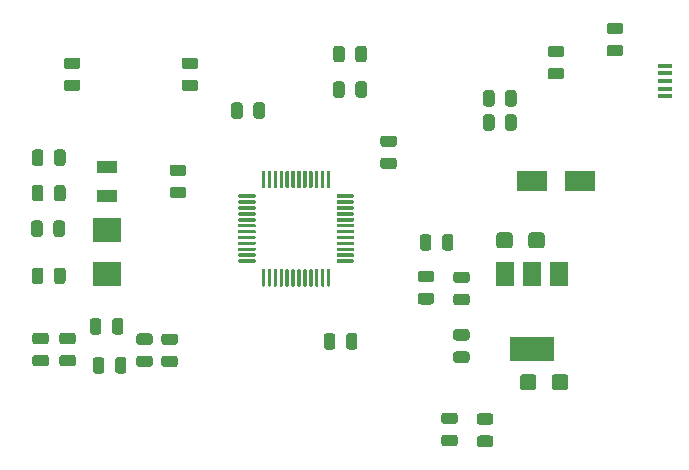
<source format=gbr>
%TF.GenerationSoftware,KiCad,Pcbnew,5.1.6-c6e7f7d~86~ubuntu20.04.1*%
%TF.CreationDate,2020-06-01T13:32:15+02:00*%
%TF.ProjectId,STM32103_Devel,53544d33-3231-4303-935f-446576656c2e,rev?*%
%TF.SameCoordinates,Original*%
%TF.FileFunction,Paste,Top*%
%TF.FilePolarity,Positive*%
%FSLAX46Y46*%
G04 Gerber Fmt 4.6, Leading zero omitted, Abs format (unit mm)*
G04 Created by KiCad (PCBNEW 5.1.6-c6e7f7d~86~ubuntu20.04.1) date 2020-06-01 13:32:15*
%MOMM*%
%LPD*%
G01*
G04 APERTURE LIST*
%ADD10R,1.800000X1.000000*%
%ADD11R,2.400000X2.000000*%
%ADD12R,1.500000X2.000000*%
%ADD13R,3.800000X2.000000*%
%ADD14R,1.300000X0.450000*%
%ADD15R,2.500000X1.800000*%
G04 APERTURE END LIST*
%TO.C,U1*%
G36*
G01*
X129100000Y-88500000D02*
X129100000Y-87175000D01*
G75*
G02*
X129175000Y-87100000I75000J0D01*
G01*
X129325000Y-87100000D01*
G75*
G02*
X129400000Y-87175000I0J-75000D01*
G01*
X129400000Y-88500000D01*
G75*
G02*
X129325000Y-88575000I-75000J0D01*
G01*
X129175000Y-88575000D01*
G75*
G02*
X129100000Y-88500000I0J75000D01*
G01*
G37*
G36*
G01*
X129600000Y-88500000D02*
X129600000Y-87175000D01*
G75*
G02*
X129675000Y-87100000I75000J0D01*
G01*
X129825000Y-87100000D01*
G75*
G02*
X129900000Y-87175000I0J-75000D01*
G01*
X129900000Y-88500000D01*
G75*
G02*
X129825000Y-88575000I-75000J0D01*
G01*
X129675000Y-88575000D01*
G75*
G02*
X129600000Y-88500000I0J75000D01*
G01*
G37*
G36*
G01*
X130100000Y-88500000D02*
X130100000Y-87175000D01*
G75*
G02*
X130175000Y-87100000I75000J0D01*
G01*
X130325000Y-87100000D01*
G75*
G02*
X130400000Y-87175000I0J-75000D01*
G01*
X130400000Y-88500000D01*
G75*
G02*
X130325000Y-88575000I-75000J0D01*
G01*
X130175000Y-88575000D01*
G75*
G02*
X130100000Y-88500000I0J75000D01*
G01*
G37*
G36*
G01*
X130600000Y-88500000D02*
X130600000Y-87175000D01*
G75*
G02*
X130675000Y-87100000I75000J0D01*
G01*
X130825000Y-87100000D01*
G75*
G02*
X130900000Y-87175000I0J-75000D01*
G01*
X130900000Y-88500000D01*
G75*
G02*
X130825000Y-88575000I-75000J0D01*
G01*
X130675000Y-88575000D01*
G75*
G02*
X130600000Y-88500000I0J75000D01*
G01*
G37*
G36*
G01*
X131100000Y-88500000D02*
X131100000Y-87175000D01*
G75*
G02*
X131175000Y-87100000I75000J0D01*
G01*
X131325000Y-87100000D01*
G75*
G02*
X131400000Y-87175000I0J-75000D01*
G01*
X131400000Y-88500000D01*
G75*
G02*
X131325000Y-88575000I-75000J0D01*
G01*
X131175000Y-88575000D01*
G75*
G02*
X131100000Y-88500000I0J75000D01*
G01*
G37*
G36*
G01*
X131600000Y-88500000D02*
X131600000Y-87175000D01*
G75*
G02*
X131675000Y-87100000I75000J0D01*
G01*
X131825000Y-87100000D01*
G75*
G02*
X131900000Y-87175000I0J-75000D01*
G01*
X131900000Y-88500000D01*
G75*
G02*
X131825000Y-88575000I-75000J0D01*
G01*
X131675000Y-88575000D01*
G75*
G02*
X131600000Y-88500000I0J75000D01*
G01*
G37*
G36*
G01*
X132100000Y-88500000D02*
X132100000Y-87175000D01*
G75*
G02*
X132175000Y-87100000I75000J0D01*
G01*
X132325000Y-87100000D01*
G75*
G02*
X132400000Y-87175000I0J-75000D01*
G01*
X132400000Y-88500000D01*
G75*
G02*
X132325000Y-88575000I-75000J0D01*
G01*
X132175000Y-88575000D01*
G75*
G02*
X132100000Y-88500000I0J75000D01*
G01*
G37*
G36*
G01*
X132600000Y-88500000D02*
X132600000Y-87175000D01*
G75*
G02*
X132675000Y-87100000I75000J0D01*
G01*
X132825000Y-87100000D01*
G75*
G02*
X132900000Y-87175000I0J-75000D01*
G01*
X132900000Y-88500000D01*
G75*
G02*
X132825000Y-88575000I-75000J0D01*
G01*
X132675000Y-88575000D01*
G75*
G02*
X132600000Y-88500000I0J75000D01*
G01*
G37*
G36*
G01*
X133100000Y-88500000D02*
X133100000Y-87175000D01*
G75*
G02*
X133175000Y-87100000I75000J0D01*
G01*
X133325000Y-87100000D01*
G75*
G02*
X133400000Y-87175000I0J-75000D01*
G01*
X133400000Y-88500000D01*
G75*
G02*
X133325000Y-88575000I-75000J0D01*
G01*
X133175000Y-88575000D01*
G75*
G02*
X133100000Y-88500000I0J75000D01*
G01*
G37*
G36*
G01*
X133600000Y-88500000D02*
X133600000Y-87175000D01*
G75*
G02*
X133675000Y-87100000I75000J0D01*
G01*
X133825000Y-87100000D01*
G75*
G02*
X133900000Y-87175000I0J-75000D01*
G01*
X133900000Y-88500000D01*
G75*
G02*
X133825000Y-88575000I-75000J0D01*
G01*
X133675000Y-88575000D01*
G75*
G02*
X133600000Y-88500000I0J75000D01*
G01*
G37*
G36*
G01*
X134100000Y-88500000D02*
X134100000Y-87175000D01*
G75*
G02*
X134175000Y-87100000I75000J0D01*
G01*
X134325000Y-87100000D01*
G75*
G02*
X134400000Y-87175000I0J-75000D01*
G01*
X134400000Y-88500000D01*
G75*
G02*
X134325000Y-88575000I-75000J0D01*
G01*
X134175000Y-88575000D01*
G75*
G02*
X134100000Y-88500000I0J75000D01*
G01*
G37*
G36*
G01*
X134600000Y-88500000D02*
X134600000Y-87175000D01*
G75*
G02*
X134675000Y-87100000I75000J0D01*
G01*
X134825000Y-87100000D01*
G75*
G02*
X134900000Y-87175000I0J-75000D01*
G01*
X134900000Y-88500000D01*
G75*
G02*
X134825000Y-88575000I-75000J0D01*
G01*
X134675000Y-88575000D01*
G75*
G02*
X134600000Y-88500000I0J75000D01*
G01*
G37*
G36*
G01*
X135425000Y-89325000D02*
X135425000Y-89175000D01*
G75*
G02*
X135500000Y-89100000I75000J0D01*
G01*
X136825000Y-89100000D01*
G75*
G02*
X136900000Y-89175000I0J-75000D01*
G01*
X136900000Y-89325000D01*
G75*
G02*
X136825000Y-89400000I-75000J0D01*
G01*
X135500000Y-89400000D01*
G75*
G02*
X135425000Y-89325000I0J75000D01*
G01*
G37*
G36*
G01*
X135425000Y-89825000D02*
X135425000Y-89675000D01*
G75*
G02*
X135500000Y-89600000I75000J0D01*
G01*
X136825000Y-89600000D01*
G75*
G02*
X136900000Y-89675000I0J-75000D01*
G01*
X136900000Y-89825000D01*
G75*
G02*
X136825000Y-89900000I-75000J0D01*
G01*
X135500000Y-89900000D01*
G75*
G02*
X135425000Y-89825000I0J75000D01*
G01*
G37*
G36*
G01*
X135425000Y-90325000D02*
X135425000Y-90175000D01*
G75*
G02*
X135500000Y-90100000I75000J0D01*
G01*
X136825000Y-90100000D01*
G75*
G02*
X136900000Y-90175000I0J-75000D01*
G01*
X136900000Y-90325000D01*
G75*
G02*
X136825000Y-90400000I-75000J0D01*
G01*
X135500000Y-90400000D01*
G75*
G02*
X135425000Y-90325000I0J75000D01*
G01*
G37*
G36*
G01*
X135425000Y-90825000D02*
X135425000Y-90675000D01*
G75*
G02*
X135500000Y-90600000I75000J0D01*
G01*
X136825000Y-90600000D01*
G75*
G02*
X136900000Y-90675000I0J-75000D01*
G01*
X136900000Y-90825000D01*
G75*
G02*
X136825000Y-90900000I-75000J0D01*
G01*
X135500000Y-90900000D01*
G75*
G02*
X135425000Y-90825000I0J75000D01*
G01*
G37*
G36*
G01*
X135425000Y-91325000D02*
X135425000Y-91175000D01*
G75*
G02*
X135500000Y-91100000I75000J0D01*
G01*
X136825000Y-91100000D01*
G75*
G02*
X136900000Y-91175000I0J-75000D01*
G01*
X136900000Y-91325000D01*
G75*
G02*
X136825000Y-91400000I-75000J0D01*
G01*
X135500000Y-91400000D01*
G75*
G02*
X135425000Y-91325000I0J75000D01*
G01*
G37*
G36*
G01*
X135425000Y-91825000D02*
X135425000Y-91675000D01*
G75*
G02*
X135500000Y-91600000I75000J0D01*
G01*
X136825000Y-91600000D01*
G75*
G02*
X136900000Y-91675000I0J-75000D01*
G01*
X136900000Y-91825000D01*
G75*
G02*
X136825000Y-91900000I-75000J0D01*
G01*
X135500000Y-91900000D01*
G75*
G02*
X135425000Y-91825000I0J75000D01*
G01*
G37*
G36*
G01*
X135425000Y-92325000D02*
X135425000Y-92175000D01*
G75*
G02*
X135500000Y-92100000I75000J0D01*
G01*
X136825000Y-92100000D01*
G75*
G02*
X136900000Y-92175000I0J-75000D01*
G01*
X136900000Y-92325000D01*
G75*
G02*
X136825000Y-92400000I-75000J0D01*
G01*
X135500000Y-92400000D01*
G75*
G02*
X135425000Y-92325000I0J75000D01*
G01*
G37*
G36*
G01*
X135425000Y-92825000D02*
X135425000Y-92675000D01*
G75*
G02*
X135500000Y-92600000I75000J0D01*
G01*
X136825000Y-92600000D01*
G75*
G02*
X136900000Y-92675000I0J-75000D01*
G01*
X136900000Y-92825000D01*
G75*
G02*
X136825000Y-92900000I-75000J0D01*
G01*
X135500000Y-92900000D01*
G75*
G02*
X135425000Y-92825000I0J75000D01*
G01*
G37*
G36*
G01*
X135425000Y-93325000D02*
X135425000Y-93175000D01*
G75*
G02*
X135500000Y-93100000I75000J0D01*
G01*
X136825000Y-93100000D01*
G75*
G02*
X136900000Y-93175000I0J-75000D01*
G01*
X136900000Y-93325000D01*
G75*
G02*
X136825000Y-93400000I-75000J0D01*
G01*
X135500000Y-93400000D01*
G75*
G02*
X135425000Y-93325000I0J75000D01*
G01*
G37*
G36*
G01*
X135425000Y-93825000D02*
X135425000Y-93675000D01*
G75*
G02*
X135500000Y-93600000I75000J0D01*
G01*
X136825000Y-93600000D01*
G75*
G02*
X136900000Y-93675000I0J-75000D01*
G01*
X136900000Y-93825000D01*
G75*
G02*
X136825000Y-93900000I-75000J0D01*
G01*
X135500000Y-93900000D01*
G75*
G02*
X135425000Y-93825000I0J75000D01*
G01*
G37*
G36*
G01*
X135425000Y-94325000D02*
X135425000Y-94175000D01*
G75*
G02*
X135500000Y-94100000I75000J0D01*
G01*
X136825000Y-94100000D01*
G75*
G02*
X136900000Y-94175000I0J-75000D01*
G01*
X136900000Y-94325000D01*
G75*
G02*
X136825000Y-94400000I-75000J0D01*
G01*
X135500000Y-94400000D01*
G75*
G02*
X135425000Y-94325000I0J75000D01*
G01*
G37*
G36*
G01*
X135425000Y-94825000D02*
X135425000Y-94675000D01*
G75*
G02*
X135500000Y-94600000I75000J0D01*
G01*
X136825000Y-94600000D01*
G75*
G02*
X136900000Y-94675000I0J-75000D01*
G01*
X136900000Y-94825000D01*
G75*
G02*
X136825000Y-94900000I-75000J0D01*
G01*
X135500000Y-94900000D01*
G75*
G02*
X135425000Y-94825000I0J75000D01*
G01*
G37*
G36*
G01*
X134600000Y-96825000D02*
X134600000Y-95500000D01*
G75*
G02*
X134675000Y-95425000I75000J0D01*
G01*
X134825000Y-95425000D01*
G75*
G02*
X134900000Y-95500000I0J-75000D01*
G01*
X134900000Y-96825000D01*
G75*
G02*
X134825000Y-96900000I-75000J0D01*
G01*
X134675000Y-96900000D01*
G75*
G02*
X134600000Y-96825000I0J75000D01*
G01*
G37*
G36*
G01*
X134100000Y-96825000D02*
X134100000Y-95500000D01*
G75*
G02*
X134175000Y-95425000I75000J0D01*
G01*
X134325000Y-95425000D01*
G75*
G02*
X134400000Y-95500000I0J-75000D01*
G01*
X134400000Y-96825000D01*
G75*
G02*
X134325000Y-96900000I-75000J0D01*
G01*
X134175000Y-96900000D01*
G75*
G02*
X134100000Y-96825000I0J75000D01*
G01*
G37*
G36*
G01*
X133600000Y-96825000D02*
X133600000Y-95500000D01*
G75*
G02*
X133675000Y-95425000I75000J0D01*
G01*
X133825000Y-95425000D01*
G75*
G02*
X133900000Y-95500000I0J-75000D01*
G01*
X133900000Y-96825000D01*
G75*
G02*
X133825000Y-96900000I-75000J0D01*
G01*
X133675000Y-96900000D01*
G75*
G02*
X133600000Y-96825000I0J75000D01*
G01*
G37*
G36*
G01*
X133100000Y-96825000D02*
X133100000Y-95500000D01*
G75*
G02*
X133175000Y-95425000I75000J0D01*
G01*
X133325000Y-95425000D01*
G75*
G02*
X133400000Y-95500000I0J-75000D01*
G01*
X133400000Y-96825000D01*
G75*
G02*
X133325000Y-96900000I-75000J0D01*
G01*
X133175000Y-96900000D01*
G75*
G02*
X133100000Y-96825000I0J75000D01*
G01*
G37*
G36*
G01*
X132600000Y-96825000D02*
X132600000Y-95500000D01*
G75*
G02*
X132675000Y-95425000I75000J0D01*
G01*
X132825000Y-95425000D01*
G75*
G02*
X132900000Y-95500000I0J-75000D01*
G01*
X132900000Y-96825000D01*
G75*
G02*
X132825000Y-96900000I-75000J0D01*
G01*
X132675000Y-96900000D01*
G75*
G02*
X132600000Y-96825000I0J75000D01*
G01*
G37*
G36*
G01*
X132100000Y-96825000D02*
X132100000Y-95500000D01*
G75*
G02*
X132175000Y-95425000I75000J0D01*
G01*
X132325000Y-95425000D01*
G75*
G02*
X132400000Y-95500000I0J-75000D01*
G01*
X132400000Y-96825000D01*
G75*
G02*
X132325000Y-96900000I-75000J0D01*
G01*
X132175000Y-96900000D01*
G75*
G02*
X132100000Y-96825000I0J75000D01*
G01*
G37*
G36*
G01*
X131600000Y-96825000D02*
X131600000Y-95500000D01*
G75*
G02*
X131675000Y-95425000I75000J0D01*
G01*
X131825000Y-95425000D01*
G75*
G02*
X131900000Y-95500000I0J-75000D01*
G01*
X131900000Y-96825000D01*
G75*
G02*
X131825000Y-96900000I-75000J0D01*
G01*
X131675000Y-96900000D01*
G75*
G02*
X131600000Y-96825000I0J75000D01*
G01*
G37*
G36*
G01*
X131100000Y-96825000D02*
X131100000Y-95500000D01*
G75*
G02*
X131175000Y-95425000I75000J0D01*
G01*
X131325000Y-95425000D01*
G75*
G02*
X131400000Y-95500000I0J-75000D01*
G01*
X131400000Y-96825000D01*
G75*
G02*
X131325000Y-96900000I-75000J0D01*
G01*
X131175000Y-96900000D01*
G75*
G02*
X131100000Y-96825000I0J75000D01*
G01*
G37*
G36*
G01*
X130600000Y-96825000D02*
X130600000Y-95500000D01*
G75*
G02*
X130675000Y-95425000I75000J0D01*
G01*
X130825000Y-95425000D01*
G75*
G02*
X130900000Y-95500000I0J-75000D01*
G01*
X130900000Y-96825000D01*
G75*
G02*
X130825000Y-96900000I-75000J0D01*
G01*
X130675000Y-96900000D01*
G75*
G02*
X130600000Y-96825000I0J75000D01*
G01*
G37*
G36*
G01*
X130100000Y-96825000D02*
X130100000Y-95500000D01*
G75*
G02*
X130175000Y-95425000I75000J0D01*
G01*
X130325000Y-95425000D01*
G75*
G02*
X130400000Y-95500000I0J-75000D01*
G01*
X130400000Y-96825000D01*
G75*
G02*
X130325000Y-96900000I-75000J0D01*
G01*
X130175000Y-96900000D01*
G75*
G02*
X130100000Y-96825000I0J75000D01*
G01*
G37*
G36*
G01*
X129600000Y-96825000D02*
X129600000Y-95500000D01*
G75*
G02*
X129675000Y-95425000I75000J0D01*
G01*
X129825000Y-95425000D01*
G75*
G02*
X129900000Y-95500000I0J-75000D01*
G01*
X129900000Y-96825000D01*
G75*
G02*
X129825000Y-96900000I-75000J0D01*
G01*
X129675000Y-96900000D01*
G75*
G02*
X129600000Y-96825000I0J75000D01*
G01*
G37*
G36*
G01*
X129100000Y-96825000D02*
X129100000Y-95500000D01*
G75*
G02*
X129175000Y-95425000I75000J0D01*
G01*
X129325000Y-95425000D01*
G75*
G02*
X129400000Y-95500000I0J-75000D01*
G01*
X129400000Y-96825000D01*
G75*
G02*
X129325000Y-96900000I-75000J0D01*
G01*
X129175000Y-96900000D01*
G75*
G02*
X129100000Y-96825000I0J75000D01*
G01*
G37*
G36*
G01*
X127100000Y-94825000D02*
X127100000Y-94675000D01*
G75*
G02*
X127175000Y-94600000I75000J0D01*
G01*
X128500000Y-94600000D01*
G75*
G02*
X128575000Y-94675000I0J-75000D01*
G01*
X128575000Y-94825000D01*
G75*
G02*
X128500000Y-94900000I-75000J0D01*
G01*
X127175000Y-94900000D01*
G75*
G02*
X127100000Y-94825000I0J75000D01*
G01*
G37*
G36*
G01*
X127100000Y-94325000D02*
X127100000Y-94175000D01*
G75*
G02*
X127175000Y-94100000I75000J0D01*
G01*
X128500000Y-94100000D01*
G75*
G02*
X128575000Y-94175000I0J-75000D01*
G01*
X128575000Y-94325000D01*
G75*
G02*
X128500000Y-94400000I-75000J0D01*
G01*
X127175000Y-94400000D01*
G75*
G02*
X127100000Y-94325000I0J75000D01*
G01*
G37*
G36*
G01*
X127100000Y-93825000D02*
X127100000Y-93675000D01*
G75*
G02*
X127175000Y-93600000I75000J0D01*
G01*
X128500000Y-93600000D01*
G75*
G02*
X128575000Y-93675000I0J-75000D01*
G01*
X128575000Y-93825000D01*
G75*
G02*
X128500000Y-93900000I-75000J0D01*
G01*
X127175000Y-93900000D01*
G75*
G02*
X127100000Y-93825000I0J75000D01*
G01*
G37*
G36*
G01*
X127100000Y-93325000D02*
X127100000Y-93175000D01*
G75*
G02*
X127175000Y-93100000I75000J0D01*
G01*
X128500000Y-93100000D01*
G75*
G02*
X128575000Y-93175000I0J-75000D01*
G01*
X128575000Y-93325000D01*
G75*
G02*
X128500000Y-93400000I-75000J0D01*
G01*
X127175000Y-93400000D01*
G75*
G02*
X127100000Y-93325000I0J75000D01*
G01*
G37*
G36*
G01*
X127100000Y-92825000D02*
X127100000Y-92675000D01*
G75*
G02*
X127175000Y-92600000I75000J0D01*
G01*
X128500000Y-92600000D01*
G75*
G02*
X128575000Y-92675000I0J-75000D01*
G01*
X128575000Y-92825000D01*
G75*
G02*
X128500000Y-92900000I-75000J0D01*
G01*
X127175000Y-92900000D01*
G75*
G02*
X127100000Y-92825000I0J75000D01*
G01*
G37*
G36*
G01*
X127100000Y-92325000D02*
X127100000Y-92175000D01*
G75*
G02*
X127175000Y-92100000I75000J0D01*
G01*
X128500000Y-92100000D01*
G75*
G02*
X128575000Y-92175000I0J-75000D01*
G01*
X128575000Y-92325000D01*
G75*
G02*
X128500000Y-92400000I-75000J0D01*
G01*
X127175000Y-92400000D01*
G75*
G02*
X127100000Y-92325000I0J75000D01*
G01*
G37*
G36*
G01*
X127100000Y-91825000D02*
X127100000Y-91675000D01*
G75*
G02*
X127175000Y-91600000I75000J0D01*
G01*
X128500000Y-91600000D01*
G75*
G02*
X128575000Y-91675000I0J-75000D01*
G01*
X128575000Y-91825000D01*
G75*
G02*
X128500000Y-91900000I-75000J0D01*
G01*
X127175000Y-91900000D01*
G75*
G02*
X127100000Y-91825000I0J75000D01*
G01*
G37*
G36*
G01*
X127100000Y-91325000D02*
X127100000Y-91175000D01*
G75*
G02*
X127175000Y-91100000I75000J0D01*
G01*
X128500000Y-91100000D01*
G75*
G02*
X128575000Y-91175000I0J-75000D01*
G01*
X128575000Y-91325000D01*
G75*
G02*
X128500000Y-91400000I-75000J0D01*
G01*
X127175000Y-91400000D01*
G75*
G02*
X127100000Y-91325000I0J75000D01*
G01*
G37*
G36*
G01*
X127100000Y-90825000D02*
X127100000Y-90675000D01*
G75*
G02*
X127175000Y-90600000I75000J0D01*
G01*
X128500000Y-90600000D01*
G75*
G02*
X128575000Y-90675000I0J-75000D01*
G01*
X128575000Y-90825000D01*
G75*
G02*
X128500000Y-90900000I-75000J0D01*
G01*
X127175000Y-90900000D01*
G75*
G02*
X127100000Y-90825000I0J75000D01*
G01*
G37*
G36*
G01*
X127100000Y-90325000D02*
X127100000Y-90175000D01*
G75*
G02*
X127175000Y-90100000I75000J0D01*
G01*
X128500000Y-90100000D01*
G75*
G02*
X128575000Y-90175000I0J-75000D01*
G01*
X128575000Y-90325000D01*
G75*
G02*
X128500000Y-90400000I-75000J0D01*
G01*
X127175000Y-90400000D01*
G75*
G02*
X127100000Y-90325000I0J75000D01*
G01*
G37*
G36*
G01*
X127100000Y-89825000D02*
X127100000Y-89675000D01*
G75*
G02*
X127175000Y-89600000I75000J0D01*
G01*
X128500000Y-89600000D01*
G75*
G02*
X128575000Y-89675000I0J-75000D01*
G01*
X128575000Y-89825000D01*
G75*
G02*
X128500000Y-89900000I-75000J0D01*
G01*
X127175000Y-89900000D01*
G75*
G02*
X127100000Y-89825000I0J75000D01*
G01*
G37*
G36*
G01*
X127100000Y-89325000D02*
X127100000Y-89175000D01*
G75*
G02*
X127175000Y-89100000I75000J0D01*
G01*
X128500000Y-89100000D01*
G75*
G02*
X128575000Y-89175000I0J-75000D01*
G01*
X128575000Y-89325000D01*
G75*
G02*
X128500000Y-89400000I-75000J0D01*
G01*
X127175000Y-89400000D01*
G75*
G02*
X127100000Y-89325000I0J75000D01*
G01*
G37*
%TD*%
%TO.C,C7*%
G36*
G01*
X127487500Y-81543750D02*
X127487500Y-82456250D01*
G75*
G02*
X127243750Y-82700000I-243750J0D01*
G01*
X126756250Y-82700000D01*
G75*
G02*
X126512500Y-82456250I0J243750D01*
G01*
X126512500Y-81543750D01*
G75*
G02*
X126756250Y-81300000I243750J0D01*
G01*
X127243750Y-81300000D01*
G75*
G02*
X127487500Y-81543750I0J-243750D01*
G01*
G37*
G36*
G01*
X129362500Y-81543750D02*
X129362500Y-82456250D01*
G75*
G02*
X129118750Y-82700000I-243750J0D01*
G01*
X128631250Y-82700000D01*
G75*
G02*
X128387500Y-82456250I0J243750D01*
G01*
X128387500Y-81543750D01*
G75*
G02*
X128631250Y-81300000I243750J0D01*
G01*
X129118750Y-81300000D01*
G75*
G02*
X129362500Y-81543750I0J-243750D01*
G01*
G37*
%TD*%
D10*
%TO.C,Y2*%
X116000000Y-86750000D03*
X116000000Y-89250000D03*
%TD*%
D11*
%TO.C,Y1*%
X116000000Y-95850000D03*
X116000000Y-92150000D03*
%TD*%
D12*
%TO.C,U2*%
X154300000Y-95850000D03*
X149700000Y-95850000D03*
X152000000Y-95850000D03*
D13*
X152000000Y-102150000D03*
%TD*%
%TO.C,R10*%
G36*
G01*
X148804000Y-82559750D02*
X148804000Y-83472250D01*
G75*
G02*
X148560250Y-83716000I-243750J0D01*
G01*
X148072750Y-83716000D01*
G75*
G02*
X147829000Y-83472250I0J243750D01*
G01*
X147829000Y-82559750D01*
G75*
G02*
X148072750Y-82316000I243750J0D01*
G01*
X148560250Y-82316000D01*
G75*
G02*
X148804000Y-82559750I0J-243750D01*
G01*
G37*
G36*
G01*
X150679000Y-82559750D02*
X150679000Y-83472250D01*
G75*
G02*
X150435250Y-83716000I-243750J0D01*
G01*
X149947750Y-83716000D01*
G75*
G02*
X149704000Y-83472250I0J243750D01*
G01*
X149704000Y-82559750D01*
G75*
G02*
X149947750Y-82316000I243750J0D01*
G01*
X150435250Y-82316000D01*
G75*
G02*
X150679000Y-82559750I0J-243750D01*
G01*
G37*
%TD*%
%TO.C,R9*%
G36*
G01*
X149704000Y-81426250D02*
X149704000Y-80513750D01*
G75*
G02*
X149947750Y-80270000I243750J0D01*
G01*
X150435250Y-80270000D01*
G75*
G02*
X150679000Y-80513750I0J-243750D01*
G01*
X150679000Y-81426250D01*
G75*
G02*
X150435250Y-81670000I-243750J0D01*
G01*
X149947750Y-81670000D01*
G75*
G02*
X149704000Y-81426250I0J243750D01*
G01*
G37*
G36*
G01*
X147829000Y-81426250D02*
X147829000Y-80513750D01*
G75*
G02*
X148072750Y-80270000I243750J0D01*
G01*
X148560250Y-80270000D01*
G75*
G02*
X148804000Y-80513750I0J-243750D01*
G01*
X148804000Y-81426250D01*
G75*
G02*
X148560250Y-81670000I-243750J0D01*
G01*
X148072750Y-81670000D01*
G75*
G02*
X147829000Y-81426250I0J243750D01*
G01*
G37*
%TD*%
%TO.C,R8*%
G36*
G01*
X154456250Y-77487500D02*
X153543750Y-77487500D01*
G75*
G02*
X153300000Y-77243750I0J243750D01*
G01*
X153300000Y-76756250D01*
G75*
G02*
X153543750Y-76512500I243750J0D01*
G01*
X154456250Y-76512500D01*
G75*
G02*
X154700000Y-76756250I0J-243750D01*
G01*
X154700000Y-77243750D01*
G75*
G02*
X154456250Y-77487500I-243750J0D01*
G01*
G37*
G36*
G01*
X154456250Y-79362500D02*
X153543750Y-79362500D01*
G75*
G02*
X153300000Y-79118750I0J243750D01*
G01*
X153300000Y-78631250D01*
G75*
G02*
X153543750Y-78387500I243750J0D01*
G01*
X154456250Y-78387500D01*
G75*
G02*
X154700000Y-78631250I0J-243750D01*
G01*
X154700000Y-79118750D01*
G75*
G02*
X154456250Y-79362500I-243750J0D01*
G01*
G37*
%TD*%
%TO.C,R7*%
G36*
G01*
X159456250Y-75550000D02*
X158543750Y-75550000D01*
G75*
G02*
X158300000Y-75306250I0J243750D01*
G01*
X158300000Y-74818750D01*
G75*
G02*
X158543750Y-74575000I243750J0D01*
G01*
X159456250Y-74575000D01*
G75*
G02*
X159700000Y-74818750I0J-243750D01*
G01*
X159700000Y-75306250D01*
G75*
G02*
X159456250Y-75550000I-243750J0D01*
G01*
G37*
G36*
G01*
X159456250Y-77425000D02*
X158543750Y-77425000D01*
G75*
G02*
X158300000Y-77181250I0J243750D01*
G01*
X158300000Y-76693750D01*
G75*
G02*
X158543750Y-76450000I243750J0D01*
G01*
X159456250Y-76450000D01*
G75*
G02*
X159700000Y-76693750I0J-243750D01*
G01*
X159700000Y-77181250D01*
G75*
G02*
X159456250Y-77425000I-243750J0D01*
G01*
G37*
%TD*%
%TO.C,R6*%
G36*
G01*
X136122000Y-76765750D02*
X136122000Y-77678250D01*
G75*
G02*
X135878250Y-77922000I-243750J0D01*
G01*
X135390750Y-77922000D01*
G75*
G02*
X135147000Y-77678250I0J243750D01*
G01*
X135147000Y-76765750D01*
G75*
G02*
X135390750Y-76522000I243750J0D01*
G01*
X135878250Y-76522000D01*
G75*
G02*
X136122000Y-76765750I0J-243750D01*
G01*
G37*
G36*
G01*
X137997000Y-76765750D02*
X137997000Y-77678250D01*
G75*
G02*
X137753250Y-77922000I-243750J0D01*
G01*
X137265750Y-77922000D01*
G75*
G02*
X137022000Y-77678250I0J243750D01*
G01*
X137022000Y-76765750D01*
G75*
G02*
X137265750Y-76522000I243750J0D01*
G01*
X137753250Y-76522000D01*
G75*
G02*
X137997000Y-76765750I0J-243750D01*
G01*
G37*
%TD*%
%TO.C,R5*%
G36*
G01*
X112586750Y-79387500D02*
X113499250Y-79387500D01*
G75*
G02*
X113743000Y-79631250I0J-243750D01*
G01*
X113743000Y-80118750D01*
G75*
G02*
X113499250Y-80362500I-243750J0D01*
G01*
X112586750Y-80362500D01*
G75*
G02*
X112343000Y-80118750I0J243750D01*
G01*
X112343000Y-79631250D01*
G75*
G02*
X112586750Y-79387500I243750J0D01*
G01*
G37*
G36*
G01*
X112586750Y-77512500D02*
X113499250Y-77512500D01*
G75*
G02*
X113743000Y-77756250I0J-243750D01*
G01*
X113743000Y-78243750D01*
G75*
G02*
X113499250Y-78487500I-243750J0D01*
G01*
X112586750Y-78487500D01*
G75*
G02*
X112343000Y-78243750I0J243750D01*
G01*
X112343000Y-77756250D01*
G75*
G02*
X112586750Y-77512500I243750J0D01*
G01*
G37*
%TD*%
%TO.C,R4*%
G36*
G01*
X146456250Y-101487500D02*
X145543750Y-101487500D01*
G75*
G02*
X145300000Y-101243750I0J243750D01*
G01*
X145300000Y-100756250D01*
G75*
G02*
X145543750Y-100512500I243750J0D01*
G01*
X146456250Y-100512500D01*
G75*
G02*
X146700000Y-100756250I0J-243750D01*
G01*
X146700000Y-101243750D01*
G75*
G02*
X146456250Y-101487500I-243750J0D01*
G01*
G37*
G36*
G01*
X146456250Y-103362500D02*
X145543750Y-103362500D01*
G75*
G02*
X145300000Y-103118750I0J243750D01*
G01*
X145300000Y-102631250D01*
G75*
G02*
X145543750Y-102387500I243750J0D01*
G01*
X146456250Y-102387500D01*
G75*
G02*
X146700000Y-102631250I0J-243750D01*
G01*
X146700000Y-103118750D01*
G75*
G02*
X146456250Y-103362500I-243750J0D01*
G01*
G37*
%TD*%
%TO.C,R3*%
G36*
G01*
X147543750Y-109512500D02*
X148456250Y-109512500D01*
G75*
G02*
X148700000Y-109756250I0J-243750D01*
G01*
X148700000Y-110243750D01*
G75*
G02*
X148456250Y-110487500I-243750J0D01*
G01*
X147543750Y-110487500D01*
G75*
G02*
X147300000Y-110243750I0J243750D01*
G01*
X147300000Y-109756250D01*
G75*
G02*
X147543750Y-109512500I243750J0D01*
G01*
G37*
G36*
G01*
X147543750Y-107637500D02*
X148456250Y-107637500D01*
G75*
G02*
X148700000Y-107881250I0J-243750D01*
G01*
X148700000Y-108368750D01*
G75*
G02*
X148456250Y-108612500I-243750J0D01*
G01*
X147543750Y-108612500D01*
G75*
G02*
X147300000Y-108368750I0J243750D01*
G01*
X147300000Y-107881250D01*
G75*
G02*
X147543750Y-107637500I243750J0D01*
G01*
G37*
%TD*%
%TO.C,R2*%
G36*
G01*
X143454000Y-92705750D02*
X143454000Y-93618250D01*
G75*
G02*
X143210250Y-93862000I-243750J0D01*
G01*
X142722750Y-93862000D01*
G75*
G02*
X142479000Y-93618250I0J243750D01*
G01*
X142479000Y-92705750D01*
G75*
G02*
X142722750Y-92462000I243750J0D01*
G01*
X143210250Y-92462000D01*
G75*
G02*
X143454000Y-92705750I0J-243750D01*
G01*
G37*
G36*
G01*
X145329000Y-92705750D02*
X145329000Y-93618250D01*
G75*
G02*
X145085250Y-93862000I-243750J0D01*
G01*
X144597750Y-93862000D01*
G75*
G02*
X144354000Y-93618250I0J243750D01*
G01*
X144354000Y-92705750D01*
G75*
G02*
X144597750Y-92462000I243750J0D01*
G01*
X145085250Y-92462000D01*
G75*
G02*
X145329000Y-92705750I0J-243750D01*
G01*
G37*
%TD*%
%TO.C,R1*%
G36*
G01*
X122556250Y-79388000D02*
X123468750Y-79388000D01*
G75*
G02*
X123712500Y-79631750I0J-243750D01*
G01*
X123712500Y-80119250D01*
G75*
G02*
X123468750Y-80363000I-243750J0D01*
G01*
X122556250Y-80363000D01*
G75*
G02*
X122312500Y-80119250I0J243750D01*
G01*
X122312500Y-79631750D01*
G75*
G02*
X122556250Y-79388000I243750J0D01*
G01*
G37*
G36*
G01*
X122556250Y-77513000D02*
X123468750Y-77513000D01*
G75*
G02*
X123712500Y-77756750I0J-243750D01*
G01*
X123712500Y-78244250D01*
G75*
G02*
X123468750Y-78488000I-243750J0D01*
G01*
X122556250Y-78488000D01*
G75*
G02*
X122312500Y-78244250I0J243750D01*
G01*
X122312500Y-77756750D01*
G75*
G02*
X122556250Y-77513000I243750J0D01*
G01*
G37*
%TD*%
%TO.C,L2*%
G36*
G01*
X115514000Y-99817750D02*
X115514000Y-100730250D01*
G75*
G02*
X115270250Y-100974000I-243750J0D01*
G01*
X114782750Y-100974000D01*
G75*
G02*
X114539000Y-100730250I0J243750D01*
G01*
X114539000Y-99817750D01*
G75*
G02*
X114782750Y-99574000I243750J0D01*
G01*
X115270250Y-99574000D01*
G75*
G02*
X115514000Y-99817750I0J-243750D01*
G01*
G37*
G36*
G01*
X117389000Y-99817750D02*
X117389000Y-100730250D01*
G75*
G02*
X117145250Y-100974000I-243750J0D01*
G01*
X116657750Y-100974000D01*
G75*
G02*
X116414000Y-100730250I0J243750D01*
G01*
X116414000Y-99817750D01*
G75*
G02*
X116657750Y-99574000I243750J0D01*
G01*
X117145250Y-99574000D01*
G75*
G02*
X117389000Y-99817750I0J-243750D01*
G01*
G37*
%TD*%
%TO.C,L1*%
G36*
G01*
X115768000Y-103119750D02*
X115768000Y-104032250D01*
G75*
G02*
X115524250Y-104276000I-243750J0D01*
G01*
X115036750Y-104276000D01*
G75*
G02*
X114793000Y-104032250I0J243750D01*
G01*
X114793000Y-103119750D01*
G75*
G02*
X115036750Y-102876000I243750J0D01*
G01*
X115524250Y-102876000D01*
G75*
G02*
X115768000Y-103119750I0J-243750D01*
G01*
G37*
G36*
G01*
X117643000Y-103119750D02*
X117643000Y-104032250D01*
G75*
G02*
X117399250Y-104276000I-243750J0D01*
G01*
X116911750Y-104276000D01*
G75*
G02*
X116668000Y-104032250I0J243750D01*
G01*
X116668000Y-103119750D01*
G75*
G02*
X116911750Y-102876000I243750J0D01*
G01*
X117399250Y-102876000D01*
G75*
G02*
X117643000Y-103119750I0J-243750D01*
G01*
G37*
%TD*%
D14*
%TO.C,J2*%
X163276500Y-78209500D03*
X163276500Y-78859500D03*
X163276500Y-79509500D03*
X163276500Y-80159500D03*
X163276500Y-80809500D03*
%TD*%
D15*
%TO.C,D4*%
X156000000Y-88000000D03*
X152000000Y-88000000D03*
%TD*%
%TO.C,D3*%
G36*
G01*
X136122000Y-79765750D02*
X136122000Y-80678250D01*
G75*
G02*
X135878250Y-80922000I-243750J0D01*
G01*
X135390750Y-80922000D01*
G75*
G02*
X135147000Y-80678250I0J243750D01*
G01*
X135147000Y-79765750D01*
G75*
G02*
X135390750Y-79522000I243750J0D01*
G01*
X135878250Y-79522000D01*
G75*
G02*
X136122000Y-79765750I0J-243750D01*
G01*
G37*
G36*
G01*
X137997000Y-79765750D02*
X137997000Y-80678250D01*
G75*
G02*
X137753250Y-80922000I-243750J0D01*
G01*
X137265750Y-80922000D01*
G75*
G02*
X137022000Y-80678250I0J243750D01*
G01*
X137022000Y-79765750D01*
G75*
G02*
X137265750Y-79522000I243750J0D01*
G01*
X137753250Y-79522000D01*
G75*
G02*
X137997000Y-79765750I0J-243750D01*
G01*
G37*
%TD*%
%TO.C,D2*%
G36*
G01*
X145543750Y-97512500D02*
X146456250Y-97512500D01*
G75*
G02*
X146700000Y-97756250I0J-243750D01*
G01*
X146700000Y-98243750D01*
G75*
G02*
X146456250Y-98487500I-243750J0D01*
G01*
X145543750Y-98487500D01*
G75*
G02*
X145300000Y-98243750I0J243750D01*
G01*
X145300000Y-97756250D01*
G75*
G02*
X145543750Y-97512500I243750J0D01*
G01*
G37*
G36*
G01*
X145543750Y-95637500D02*
X146456250Y-95637500D01*
G75*
G02*
X146700000Y-95881250I0J-243750D01*
G01*
X146700000Y-96368750D01*
G75*
G02*
X146456250Y-96612500I-243750J0D01*
G01*
X145543750Y-96612500D01*
G75*
G02*
X145300000Y-96368750I0J243750D01*
G01*
X145300000Y-95881250D01*
G75*
G02*
X145543750Y-95637500I243750J0D01*
G01*
G37*
%TD*%
%TO.C,D1*%
G36*
G01*
X143456250Y-96550000D02*
X142543750Y-96550000D01*
G75*
G02*
X142300000Y-96306250I0J243750D01*
G01*
X142300000Y-95818750D01*
G75*
G02*
X142543750Y-95575000I243750J0D01*
G01*
X143456250Y-95575000D01*
G75*
G02*
X143700000Y-95818750I0J-243750D01*
G01*
X143700000Y-96306250D01*
G75*
G02*
X143456250Y-96550000I-243750J0D01*
G01*
G37*
G36*
G01*
X143456250Y-98425000D02*
X142543750Y-98425000D01*
G75*
G02*
X142300000Y-98181250I0J243750D01*
G01*
X142300000Y-97693750D01*
G75*
G02*
X142543750Y-97450000I243750J0D01*
G01*
X143456250Y-97450000D01*
G75*
G02*
X143700000Y-97693750I0J-243750D01*
G01*
X143700000Y-98181250D01*
G75*
G02*
X143456250Y-98425000I-243750J0D01*
G01*
G37*
%TD*%
%TO.C,C15*%
G36*
G01*
X121754250Y-101856000D02*
X120841750Y-101856000D01*
G75*
G02*
X120598000Y-101612250I0J243750D01*
G01*
X120598000Y-101124750D01*
G75*
G02*
X120841750Y-100881000I243750J0D01*
G01*
X121754250Y-100881000D01*
G75*
G02*
X121998000Y-101124750I0J-243750D01*
G01*
X121998000Y-101612250D01*
G75*
G02*
X121754250Y-101856000I-243750J0D01*
G01*
G37*
G36*
G01*
X121754250Y-103731000D02*
X120841750Y-103731000D01*
G75*
G02*
X120598000Y-103487250I0J243750D01*
G01*
X120598000Y-102999750D01*
G75*
G02*
X120841750Y-102756000I243750J0D01*
G01*
X121754250Y-102756000D01*
G75*
G02*
X121998000Y-102999750I0J-243750D01*
G01*
X121998000Y-103487250D01*
G75*
G02*
X121754250Y-103731000I-243750J0D01*
G01*
G37*
%TD*%
%TO.C,C14*%
G36*
G01*
X153650000Y-105425001D02*
X153650000Y-104574999D01*
G75*
G02*
X153899999Y-104325000I249999J0D01*
G01*
X154800001Y-104325000D01*
G75*
G02*
X155050000Y-104574999I0J-249999D01*
G01*
X155050000Y-105425001D01*
G75*
G02*
X154800001Y-105675000I-249999J0D01*
G01*
X153899999Y-105675000D01*
G75*
G02*
X153650000Y-105425001I0J249999D01*
G01*
G37*
G36*
G01*
X150950000Y-105425001D02*
X150950000Y-104574999D01*
G75*
G02*
X151199999Y-104325000I249999J0D01*
G01*
X152100001Y-104325000D01*
G75*
G02*
X152350000Y-104574999I0J-249999D01*
G01*
X152350000Y-105425001D01*
G75*
G02*
X152100001Y-105675000I-249999J0D01*
G01*
X151199999Y-105675000D01*
G75*
G02*
X150950000Y-105425001I0J249999D01*
G01*
G37*
%TD*%
%TO.C,C13*%
G36*
G01*
X119630250Y-101850500D02*
X118717750Y-101850500D01*
G75*
G02*
X118474000Y-101606750I0J243750D01*
G01*
X118474000Y-101119250D01*
G75*
G02*
X118717750Y-100875500I243750J0D01*
G01*
X119630250Y-100875500D01*
G75*
G02*
X119874000Y-101119250I0J-243750D01*
G01*
X119874000Y-101606750D01*
G75*
G02*
X119630250Y-101850500I-243750J0D01*
G01*
G37*
G36*
G01*
X119630250Y-103725500D02*
X118717750Y-103725500D01*
G75*
G02*
X118474000Y-103481750I0J243750D01*
G01*
X118474000Y-102994250D01*
G75*
G02*
X118717750Y-102750500I243750J0D01*
G01*
X119630250Y-102750500D01*
G75*
G02*
X119874000Y-102994250I0J-243750D01*
G01*
X119874000Y-103481750D01*
G75*
G02*
X119630250Y-103725500I-243750J0D01*
G01*
G37*
%TD*%
%TO.C,C12*%
G36*
G01*
X113118250Y-101788000D02*
X112205750Y-101788000D01*
G75*
G02*
X111962000Y-101544250I0J243750D01*
G01*
X111962000Y-101056750D01*
G75*
G02*
X112205750Y-100813000I243750J0D01*
G01*
X113118250Y-100813000D01*
G75*
G02*
X113362000Y-101056750I0J-243750D01*
G01*
X113362000Y-101544250D01*
G75*
G02*
X113118250Y-101788000I-243750J0D01*
G01*
G37*
G36*
G01*
X113118250Y-103663000D02*
X112205750Y-103663000D01*
G75*
G02*
X111962000Y-103419250I0J243750D01*
G01*
X111962000Y-102931750D01*
G75*
G02*
X112205750Y-102688000I243750J0D01*
G01*
X113118250Y-102688000D01*
G75*
G02*
X113362000Y-102931750I0J-243750D01*
G01*
X113362000Y-103419250D01*
G75*
G02*
X113118250Y-103663000I-243750J0D01*
G01*
G37*
%TD*%
%TO.C,C11*%
G36*
G01*
X145456250Y-108550000D02*
X144543750Y-108550000D01*
G75*
G02*
X144300000Y-108306250I0J243750D01*
G01*
X144300000Y-107818750D01*
G75*
G02*
X144543750Y-107575000I243750J0D01*
G01*
X145456250Y-107575000D01*
G75*
G02*
X145700000Y-107818750I0J-243750D01*
G01*
X145700000Y-108306250D01*
G75*
G02*
X145456250Y-108550000I-243750J0D01*
G01*
G37*
G36*
G01*
X145456250Y-110425000D02*
X144543750Y-110425000D01*
G75*
G02*
X144300000Y-110181250I0J243750D01*
G01*
X144300000Y-109693750D01*
G75*
G02*
X144543750Y-109450000I243750J0D01*
G01*
X145456250Y-109450000D01*
G75*
G02*
X145700000Y-109693750I0J-243750D01*
G01*
X145700000Y-110181250D01*
G75*
G02*
X145456250Y-110425000I-243750J0D01*
G01*
G37*
%TD*%
%TO.C,C10*%
G36*
G01*
X151650000Y-93425001D02*
X151650000Y-92574999D01*
G75*
G02*
X151899999Y-92325000I249999J0D01*
G01*
X152800001Y-92325000D01*
G75*
G02*
X153050000Y-92574999I0J-249999D01*
G01*
X153050000Y-93425001D01*
G75*
G02*
X152800001Y-93675000I-249999J0D01*
G01*
X151899999Y-93675000D01*
G75*
G02*
X151650000Y-93425001I0J249999D01*
G01*
G37*
G36*
G01*
X148950000Y-93425001D02*
X148950000Y-92574999D01*
G75*
G02*
X149199999Y-92325000I249999J0D01*
G01*
X150100001Y-92325000D01*
G75*
G02*
X150350000Y-92574999I0J-249999D01*
G01*
X150350000Y-93425001D01*
G75*
G02*
X150100001Y-93675000I-249999J0D01*
G01*
X149199999Y-93675000D01*
G75*
G02*
X148950000Y-93425001I0J249999D01*
G01*
G37*
%TD*%
%TO.C,C9*%
G36*
G01*
X110832250Y-101788000D02*
X109919750Y-101788000D01*
G75*
G02*
X109676000Y-101544250I0J243750D01*
G01*
X109676000Y-101056750D01*
G75*
G02*
X109919750Y-100813000I243750J0D01*
G01*
X110832250Y-100813000D01*
G75*
G02*
X111076000Y-101056750I0J-243750D01*
G01*
X111076000Y-101544250D01*
G75*
G02*
X110832250Y-101788000I-243750J0D01*
G01*
G37*
G36*
G01*
X110832250Y-103663000D02*
X109919750Y-103663000D01*
G75*
G02*
X109676000Y-103419250I0J243750D01*
G01*
X109676000Y-102931750D01*
G75*
G02*
X109919750Y-102688000I243750J0D01*
G01*
X110832250Y-102688000D01*
G75*
G02*
X111076000Y-102931750I0J-243750D01*
G01*
X111076000Y-103419250D01*
G75*
G02*
X110832250Y-103663000I-243750J0D01*
G01*
G37*
%TD*%
%TO.C,C8*%
G36*
G01*
X136226000Y-102000250D02*
X136226000Y-101087750D01*
G75*
G02*
X136469750Y-100844000I243750J0D01*
G01*
X136957250Y-100844000D01*
G75*
G02*
X137201000Y-101087750I0J-243750D01*
G01*
X137201000Y-102000250D01*
G75*
G02*
X136957250Y-102244000I-243750J0D01*
G01*
X136469750Y-102244000D01*
G75*
G02*
X136226000Y-102000250I0J243750D01*
G01*
G37*
G36*
G01*
X134351000Y-102000250D02*
X134351000Y-101087750D01*
G75*
G02*
X134594750Y-100844000I243750J0D01*
G01*
X135082250Y-100844000D01*
G75*
G02*
X135326000Y-101087750I0J-243750D01*
G01*
X135326000Y-102000250D01*
G75*
G02*
X135082250Y-102244000I-243750J0D01*
G01*
X134594750Y-102244000D01*
G75*
G02*
X134351000Y-102000250I0J243750D01*
G01*
G37*
%TD*%
%TO.C,C6*%
G36*
G01*
X139383750Y-85992000D02*
X140296250Y-85992000D01*
G75*
G02*
X140540000Y-86235750I0J-243750D01*
G01*
X140540000Y-86723250D01*
G75*
G02*
X140296250Y-86967000I-243750J0D01*
G01*
X139383750Y-86967000D01*
G75*
G02*
X139140000Y-86723250I0J243750D01*
G01*
X139140000Y-86235750D01*
G75*
G02*
X139383750Y-85992000I243750J0D01*
G01*
G37*
G36*
G01*
X139383750Y-84117000D02*
X140296250Y-84117000D01*
G75*
G02*
X140540000Y-84360750I0J-243750D01*
G01*
X140540000Y-84848250D01*
G75*
G02*
X140296250Y-85092000I-243750J0D01*
G01*
X139383750Y-85092000D01*
G75*
G02*
X139140000Y-84848250I0J243750D01*
G01*
X139140000Y-84360750D01*
G75*
G02*
X139383750Y-84117000I243750J0D01*
G01*
G37*
%TD*%
%TO.C,C5*%
G36*
G01*
X110612500Y-85543750D02*
X110612500Y-86456250D01*
G75*
G02*
X110368750Y-86700000I-243750J0D01*
G01*
X109881250Y-86700000D01*
G75*
G02*
X109637500Y-86456250I0J243750D01*
G01*
X109637500Y-85543750D01*
G75*
G02*
X109881250Y-85300000I243750J0D01*
G01*
X110368750Y-85300000D01*
G75*
G02*
X110612500Y-85543750I0J-243750D01*
G01*
G37*
G36*
G01*
X112487500Y-85543750D02*
X112487500Y-86456250D01*
G75*
G02*
X112243750Y-86700000I-243750J0D01*
G01*
X111756250Y-86700000D01*
G75*
G02*
X111512500Y-86456250I0J243750D01*
G01*
X111512500Y-85543750D01*
G75*
G02*
X111756250Y-85300000I243750J0D01*
G01*
X112243750Y-85300000D01*
G75*
G02*
X112487500Y-85543750I0J-243750D01*
G01*
G37*
%TD*%
%TO.C,C4*%
G36*
G01*
X110612500Y-88543750D02*
X110612500Y-89456250D01*
G75*
G02*
X110368750Y-89700000I-243750J0D01*
G01*
X109881250Y-89700000D01*
G75*
G02*
X109637500Y-89456250I0J243750D01*
G01*
X109637500Y-88543750D01*
G75*
G02*
X109881250Y-88300000I243750J0D01*
G01*
X110368750Y-88300000D01*
G75*
G02*
X110612500Y-88543750I0J-243750D01*
G01*
G37*
G36*
G01*
X112487500Y-88543750D02*
X112487500Y-89456250D01*
G75*
G02*
X112243750Y-89700000I-243750J0D01*
G01*
X111756250Y-89700000D01*
G75*
G02*
X111512500Y-89456250I0J243750D01*
G01*
X111512500Y-88543750D01*
G75*
G02*
X111756250Y-88300000I243750J0D01*
G01*
X112243750Y-88300000D01*
G75*
G02*
X112487500Y-88543750I0J-243750D01*
G01*
G37*
%TD*%
%TO.C,C3*%
G36*
G01*
X110612500Y-95543750D02*
X110612500Y-96456250D01*
G75*
G02*
X110368750Y-96700000I-243750J0D01*
G01*
X109881250Y-96700000D01*
G75*
G02*
X109637500Y-96456250I0J243750D01*
G01*
X109637500Y-95543750D01*
G75*
G02*
X109881250Y-95300000I243750J0D01*
G01*
X110368750Y-95300000D01*
G75*
G02*
X110612500Y-95543750I0J-243750D01*
G01*
G37*
G36*
G01*
X112487500Y-95543750D02*
X112487500Y-96456250D01*
G75*
G02*
X112243750Y-96700000I-243750J0D01*
G01*
X111756250Y-96700000D01*
G75*
G02*
X111512500Y-96456250I0J243750D01*
G01*
X111512500Y-95543750D01*
G75*
G02*
X111756250Y-95300000I243750J0D01*
G01*
X112243750Y-95300000D01*
G75*
G02*
X112487500Y-95543750I0J-243750D01*
G01*
G37*
%TD*%
%TO.C,C2*%
G36*
G01*
X110550000Y-91543750D02*
X110550000Y-92456250D01*
G75*
G02*
X110306250Y-92700000I-243750J0D01*
G01*
X109818750Y-92700000D01*
G75*
G02*
X109575000Y-92456250I0J243750D01*
G01*
X109575000Y-91543750D01*
G75*
G02*
X109818750Y-91300000I243750J0D01*
G01*
X110306250Y-91300000D01*
G75*
G02*
X110550000Y-91543750I0J-243750D01*
G01*
G37*
G36*
G01*
X112425000Y-91543750D02*
X112425000Y-92456250D01*
G75*
G02*
X112181250Y-92700000I-243750J0D01*
G01*
X111693750Y-92700000D01*
G75*
G02*
X111450000Y-92456250I0J243750D01*
G01*
X111450000Y-91543750D01*
G75*
G02*
X111693750Y-91300000I243750J0D01*
G01*
X112181250Y-91300000D01*
G75*
G02*
X112425000Y-91543750I0J-243750D01*
G01*
G37*
%TD*%
%TO.C,C1*%
G36*
G01*
X121543750Y-88450000D02*
X122456250Y-88450000D01*
G75*
G02*
X122700000Y-88693750I0J-243750D01*
G01*
X122700000Y-89181250D01*
G75*
G02*
X122456250Y-89425000I-243750J0D01*
G01*
X121543750Y-89425000D01*
G75*
G02*
X121300000Y-89181250I0J243750D01*
G01*
X121300000Y-88693750D01*
G75*
G02*
X121543750Y-88450000I243750J0D01*
G01*
G37*
G36*
G01*
X121543750Y-86575000D02*
X122456250Y-86575000D01*
G75*
G02*
X122700000Y-86818750I0J-243750D01*
G01*
X122700000Y-87306250D01*
G75*
G02*
X122456250Y-87550000I-243750J0D01*
G01*
X121543750Y-87550000D01*
G75*
G02*
X121300000Y-87306250I0J243750D01*
G01*
X121300000Y-86818750D01*
G75*
G02*
X121543750Y-86575000I243750J0D01*
G01*
G37*
%TD*%
M02*

</source>
